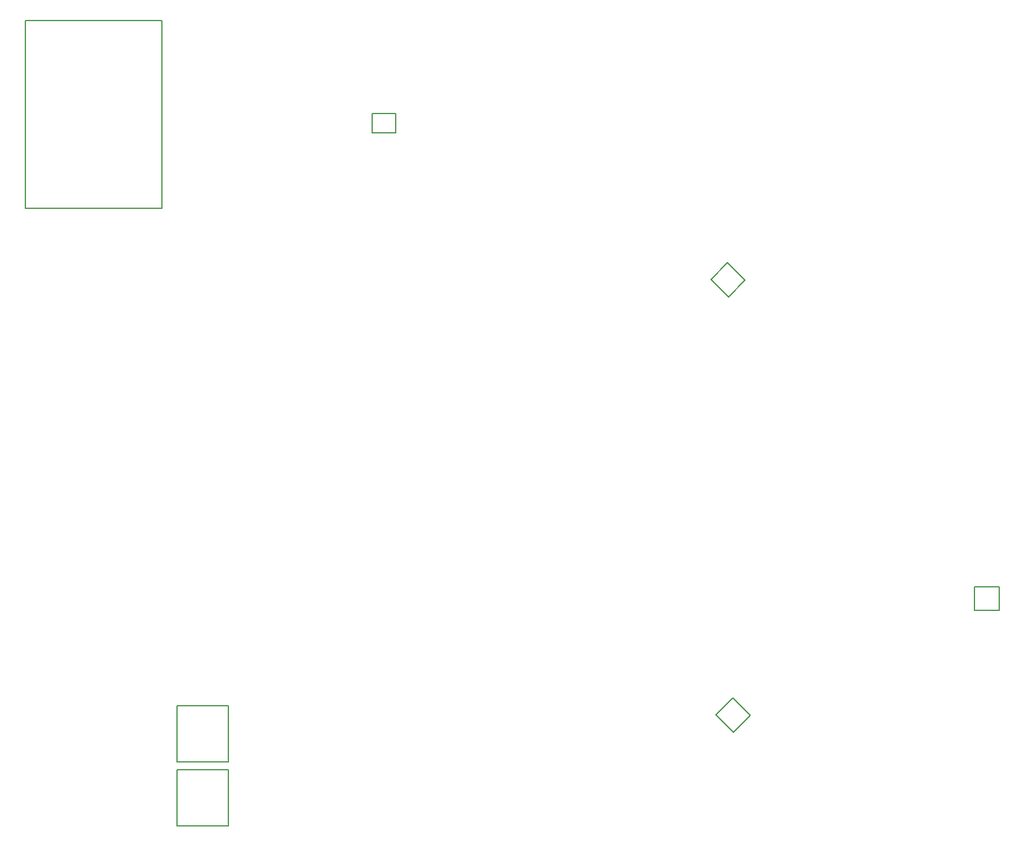
<source format=gbr>
G04*
G04 #@! TF.GenerationSoftware,Altium Limited,Altium Designer,22.4.2 (48)*
G04*
G04 Layer_Color=32768*
%FSLAX25Y25*%
%MOIN*%
G70*
G04*
G04 #@! TF.SameCoordinates,43EAD1C5-17A3-47DC-85D2-FB09855483F6*
G04*
G04*
G04 #@! TF.FilePolarity,Positive*
G04*
G01*
G75*
%ADD13C,0.00787*%
D13*
X283622Y538484D02*
X296457D01*
Y527658D02*
Y538484D01*
X283622Y527658D02*
X296457D01*
X283622D02*
Y538484D01*
X483021Y196836D02*
X492208Y206023D01*
X482604Y215627D02*
X492208Y206023D01*
X473417Y206440D02*
X482604Y215627D01*
X473417Y206440D02*
X483021Y196836D01*
X616043Y264173D02*
Y277165D01*
Y264173D02*
X629626D01*
Y277165D01*
X616043D02*
X629626D01*
X480130Y437061D02*
X489317Y446248D01*
X479712Y455852D02*
X489317Y446248D01*
X470526Y446665D02*
X479712Y455852D01*
X470526Y446665D02*
X480130Y437061D01*
X92126Y486181D02*
Y589528D01*
Y486181D02*
X167717D01*
Y589528D01*
X92126D02*
X167717D01*
X175984Y144882D02*
X204331D01*
Y175984D01*
X175984D02*
X204331D01*
X175984Y144882D02*
Y175984D01*
Y180315D02*
X204331D01*
Y211417D01*
X175984Y211417D02*
X204331Y211417D01*
X175984Y180315D02*
Y211417D01*
M02*

</source>
